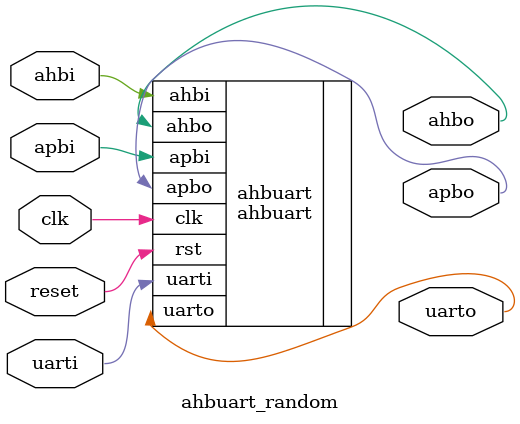
<source format=sv>
/*
* ahbuart top level module that incorporates the random number generator
* to allow bitstream generation without Vivado interferance
*/
`include "../random_number_generator.sv"

module ahbuart_random(
    input logic clk,
    input logic reset,
    input logic uarti,
    output logic uarto,
    input logic apbi,
    output logic apbo,
    input logic ahbi,
    output logic ahbo
    );

ahbuart ahbuart (
    .clk(clk),
    .rst(reset),
    .uarti(uarti),
    .uarto(uarto),
    .apbi(apbi),
    .apbo(apbo),
    .ahbi(ahbi),
    .ahbo(ahbo)
);

endmodule
</source>
